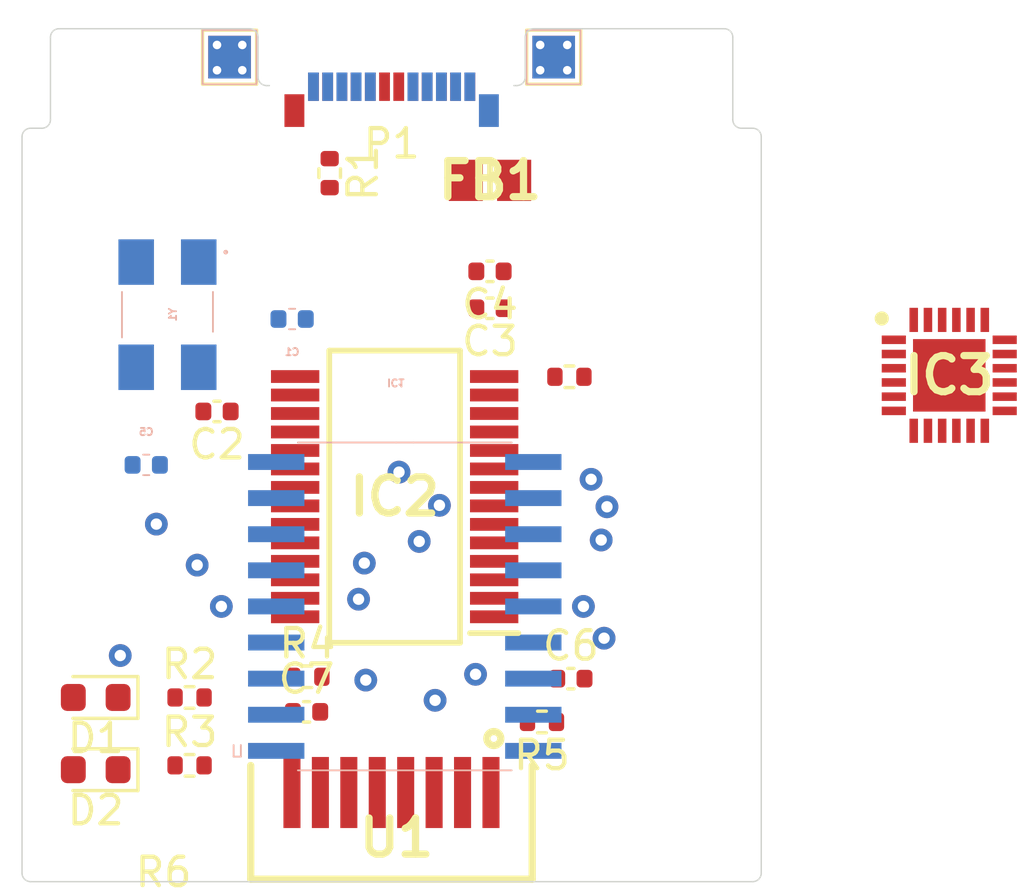
<source format=kicad_pcb>
(kicad_pcb (version 20211014) (generator pcbnew)
  (title_block (title "Expansion Card Template") (rev "X1") (company "Framework") (comment 1 "This work is licensed under a Creative Commons Attribution 4.0 International License") (comment 4 "https://frame.work"))
  (layers (0 "F.Cu" signal) (31 "B.Cu" signal) (34 "B.Paste" user) (35 "F.Paste" user) (36 "B.SilkS" user "B.Silkscreen") (37 "F.SilkS" user "F.Silkscreen") (38 "B.Mask" user) (39 "F.Mask" user) (44 "Edge.Cuts" user))
  (net 0 "")
  (net 1 "GND")
  (net 2 "/OSC1")
  (net 3 "Net-(P1-PadA5)")
  (net 4 "/VCC")
  (net 5 "/OSC2")
  (net 6 "/VCCIO")
  (net 7 "/USB_VBUS")
  (net 8 "/TXIR")
  (net 9 "/RXIR")
  (net 12 "/MCU_TX")
  (net 13 "/MCU_RX")
  (net 14 "/RI")
  (net 15 "/DSR")
  (net 16 "/DTR")
  (net 17 "/CTS")
  (net 18 "/RTS")
  (net 19 "/DCD")
  (net 21 "/PWREN#")
  (net 22 "/DP")
  (net 23 "/DM")
  (net 40 "Net-(C7-Pad2)")
  (net 41 "/3_3V")
  (net 44 "/TXLED")
  (net 45 "/RXLED")
  (net 46 "/CBUS0")
  (net 47 "/CBUS1")
  (net 74 "Net-(R5-Pad2)")
  (footprint "MountingHole:MountingHole_2.2mm_M2" (layer "F.Cu") (at 128.7 146.5)
    (fp_text reference "H1" hide)
    (fp_text value "MountingHole")
    (pad "" np_thru_hole circle locked (at 0 0) (size 2.2 2.2) (drill 2.2) (layers *.Cu *.Mask))
  )
  (footprint "MountingHole:MountingHole_2.2mm_M2" (layer "F.Cu") (at 151.3 146.5)
    (fp_text reference "H2" hide)
    (fp_text value "MountingHole")
    (pad "" np_thru_hole circle locked (at 0 0) (size 2.2 2.2) (drill 2.2) (layers *.Cu *.Mask))
  )
  (footprint "TestPoint:TestPoint_Pad_1.5x1.5mm" (layer "F.Cu") (at 134.3 128)
    (fp_text reference "TP1" hide)
    (fp_text value "TestPoint")
    (fp_line (start -0.95 -0.95) (end 0.95 -0.95) (layer "F.SilkS") (width 0.12))
    (fp_line (start -0.95 0.95) (end -0.95 -0.95) (layer "F.SilkS") (width 0.12))
    (fp_line (start 0.95 -0.95) (end 0.95 0.95) (layer "F.SilkS") (width 0.12))
    (fp_line (start 0.95 0.95) (end -0.95 0.95) (layer "F.SilkS") (width 0.12))
    (pad "1" smd rect locked (at 0 0) (size 1.5 1.5) (layers "F.Cu" "F.Mask") (net 1 "GND"))
  )
  (footprint "TestPoint:TestPoint_Pad_1.5x1.5mm" (layer "F.Cu") (at 145.7 128)
    (fp_text reference "TP3" hide)
    (fp_text value "TestPoint")
    (fp_line (start -0.95 -0.95) (end 0.95 -0.95) (layer "F.SilkS") (width 0.12))
    (fp_line (start -0.95 0.95) (end -0.95 -0.95) (layer "F.SilkS") (width 0.12))
    (fp_line (start 0.95 -0.95) (end 0.95 0.95) (layer "F.SilkS") (width 0.12))
    (fp_line (start 0.95 0.95) (end -0.95 0.95) (layer "F.SilkS") (width 0.12))
    (pad "1" smd rect locked (at 0 0) (size 1.5 1.5) (layers "F.Cu" "F.Mask") (net 1 "GND"))
  )
  (footprint "Shibui:QFN50P400X400X80-25N-D" (layer "F.Cu") (at 159.6136 139.192)
    (fp_text reference "IC3" (at 0 0) (layer "F.SilkS") (effects (font (size 1.27 1.27) (thickness 0.254))))
    (fp_text value "CP2102N-A02-GQFN24R" hide)
    (fp_circle (center -2.375 -2) (end -2.375 -1.875) (layer "F.SilkS") (width 0.25) (fill none))
    (pad "1" smd rect locked (at -1.95 -1.25 90) (size 0.3 0.85) (layers "F.Cu" "F.Paste" "F.Mask"))
    (pad "2" smd rect locked (at -1.95 -0.75 90) (size 0.3 0.85) (layers "F.Cu" "F.Paste" "F.Mask"))
    (pad "3" smd rect locked (at -1.95 -0.25 90) (size 0.3 0.85) (layers "F.Cu" "F.Paste" "F.Mask"))
    (pad "4" smd rect locked (at -1.95 0.25 90) (size 0.3 0.85) (layers "F.Cu" "F.Paste" "F.Mask"))
    (pad "5" smd rect locked (at -1.95 0.75 90) (size 0.3 0.85) (layers "F.Cu" "F.Paste" "F.Mask"))
    (pad "6" smd rect locked (at -1.95 1.25 90) (size 0.3 0.85) (layers "F.Cu" "F.Paste" "F.Mask"))
    (pad "7" smd rect locked (at -1.25 1.95) (size 0.3 0.85) (layers "F.Cu" "F.Paste" "F.Mask"))
    (pad "8" smd rect locked (at -0.75 1.95) (size 0.3 0.85) (layers "F.Cu" "F.Paste" "F.Mask"))
    (pad "9" smd rect locked (at -0.25 1.95) (size 0.3 0.85) (layers "F.Cu" "F.Paste" "F.Mask"))
    (pad "10" smd rect locked (at 0.25 1.95) (size 0.3 0.85) (layers "F.Cu" "F.Paste" "F.Mask"))
    (pad "11" smd rect locked (at 0.75 1.95) (size 0.3 0.85) (layers "F.Cu" "F.Paste" "F.Mask"))
    (pad "12" smd rect locked (at 1.25 1.95) (size 0.3 0.85) (layers "F.Cu" "F.Paste" "F.Mask"))
    (pad "13" smd rect locked (at 1.95 1.25 90) (size 0.3 0.85) (layers "F.Cu" "F.Paste" "F.Mask"))
    (pad "14" smd rect locked (at 1.95 0.75 90) (size 0.3 0.85) (layers "F.Cu" "F.Paste" "F.Mask"))
    (pad "15" smd rect locked (at 1.95 0.25 90) (size 0.3 0.85) (layers "F.Cu" "F.Paste" "F.Mask"))
    (pad "16" smd rect locked (at 1.95 -0.25 90) (size 0.3 0.85) (layers "F.Cu" "F.Paste" "F.Mask"))
    (pad "17" smd rect locked (at 1.95 -0.75 90) (size 0.3 0.85) (layers "F.Cu" "F.Paste" "F.Mask"))
    (pad "18" smd rect locked (at 1.95 -1.25 90) (size 0.3 0.85) (layers "F.Cu" "F.Paste" "F.Mask"))
    (pad "19" smd rect locked (at 1.25 -1.95) (size 0.3 0.85) (layers "F.Cu" "F.Paste" "F.Mask"))
    (pad "20" smd rect locked (at 0.75 -1.95) (size 0.3 0.85) (layers "F.Cu" "F.Paste" "F.Mask"))
    (pad "21" smd rect locked (at 0.25 -1.95) (size 0.3 0.85) (layers "F.Cu" "F.Paste" "F.Mask"))
    (pad "22" smd rect locked (at -0.25 -1.95) (size 0.3 0.85) (layers "F.Cu" "F.Paste" "F.Mask"))
    (pad "23" smd rect locked (at -0.75 -1.95) (size 0.3 0.85) (layers "F.Cu" "F.Paste" "F.Mask"))
    (pad "24" smd rect locked (at -1.25 -1.95) (size 0.3 0.85) (layers "F.Cu" "F.Paste" "F.Mask"))
    (pad "25" smd rect locked (at 0 0) (size 2.55 2.55) (layers "F.Cu" "F.Paste" "F.Mask"))
  )
  (footprint "Resistor_SMD:R_0402_1005Metric" (layer "F.Cu") (at 132.8928 152.9096)
    (fp_text reference "R3" (at 0 -1.17) (layer "F.SilkS"))
    (fp_text value "270")
    (fp_line (start -0.153641 -0.38) (end 0.153641 -0.38) (layer "F.SilkS") (width 0.12))
    (fp_line (start -0.153641 0.38) (end 0.153641 0.38) (layer "F.SilkS") (width 0.12))
    (pad "1" smd roundrect (at -0.51 0) (size 0.54 0.64) (layers "F.Cu" "F.Paste" "F.Mask") (net 45 "/RXLED"))
    (pad "2" smd roundrect (at 0.51 0) (size 0.54 0.64) (layers "F.Cu" "F.Paste" "F.Mask") (net 47 "/CBUS1"))
  )
  (footprint "Resistor_SMD:R_0402_1005Metric" (layer "F.Cu") (at 146.2532 139.2428 180)
    (fp_text reference "R6" (at 14.2748 -17.4244 180) (layer "F.SilkS"))
    (fp_text value "10k")
    (fp_line (start -0.153641 0.38) (end 0.153641 0.38) (layer "F.SilkS") (width 0.12))
    (fp_line (start -0.153641 -0.38) (end 0.153641 -0.38) (layer "F.SilkS") (width 0.12))
    (pad "1" smd roundrect (at -0.51 0 180) (size 0.54 0.64) (layers "F.Cu" "F.Paste" "F.Mask") (net 6 "/VCCIO"))
    (pad "2" smd roundrect (at 0.51 0 180) (size 0.54 0.64) (layers "F.Cu" "F.Paste" "F.Mask") (net 21 "/PWREN#"))
  )
  (footprint "Resistor_SMD:R_0402_1005Metric" (layer "F.Cu") (at 132.8928 150.522)
    (fp_text reference "R2" (at 0 -1.17) (layer "F.SilkS"))
    (fp_text value "270")
    (fp_line (start -0.153641 0.38) (end 0.153641 0.38) (layer "F.SilkS") (width 0.12))
    (fp_line (start -0.153641 -0.38) (end 0.153641 -0.38) (layer "F.SilkS") (width 0.12))
    (pad "1" smd roundrect (at -0.51 0) (size 0.54 0.64) (layers "F.Cu" "F.Paste" "F.Mask") (net 44 "/TXLED"))
    (pad "2" smd roundrect (at 0.51 0) (size 0.54 0.64) (layers "F.Cu" "F.Paste" "F.Mask") (net 46 "/CBUS0"))
  )
  (footprint "Shibui:SOP65P778X200-28N" (layer "F.Cu") (at 140.1064 143.4592 180)
    (fp_text reference "IC2" (at 0 0) (layer "F.SilkS") (effects (font (size 1.27 1.27) (thickness 0.254))))
    (fp_text value "FT232RL-REEL" hide)
    (fp_line (start 2.3 -5.138) (end 2.3 5.138) (layer "F.SilkS") (width 0.2))
    (fp_line (start 2.3 5.138) (end -2.3 5.138) (layer "F.SilkS") (width 0.2))
    (fp_line (start -2.3 5.138) (end -2.3 -5.138) (layer "F.SilkS") (width 0.2))
    (fp_line (start -2.3 -5.138) (end 2.3 -5.138) (layer "F.SilkS") (width 0.2))
    (fp_line (start -4.35 -4.8) (end -2.65 -4.8) (layer "F.SilkS") (width 0.2))
    (pad "1" smd rect locked (at -3.5 -4.225 270) (size 0.45 1.7) (layers "F.Cu" "F.Paste" "F.Mask") (net 13 "/MCU_RX"))
    (pad "2" smd rect locked (at -3.5 -3.575 270) (size 0.45 1.7) (layers "F.Cu" "F.Paste" "F.Mask") (net 16 "/DTR"))
    (pad "3" smd rect locked (at -3.5 -2.925 270) (size 0.45 1.7) (layers "F.Cu" "F.Paste" "F.Mask") (net 18 "/RTS"))
    (pad "4" smd rect locked (at -3.5 -2.275 270) (size 0.45 1.7) (layers "F.Cu" "F.Paste" "F.Mask") (net 6 "/VCCIO"))
    (pad "5" smd rect locked (at -3.5 -1.625 270) (size 0.45 1.7) (layers "F.Cu" "F.Paste" "F.Mask") (net 12 "/MCU_TX"))
    (pad "6" smd rect locked (at -3.5 -0.975 270) (size 0.45 1.7) (layers "F.Cu" "F.Paste" "F.Mask") (net 14 "/RI"))
    (pad "7" smd rect locked (at -3.5 -0.325 270) (size 0.45 1.7) (layers "F.Cu" "F.Paste" "F.Mask") (net 1 "GND"))
    (pad "8" smd rect locked (at -3.5 0.325 270) (size 0.45 1.7) (layers "F.Cu" "F.Paste" "F.Mask"))
    (pad "9" smd rect locked (at -3.5 0.975 270) (size 0.45 1.7) (layers "F.Cu" "F.Paste" "F.Mask") (net 15 "/DSR"))
    (pad "10" smd rect locked (at -3.5 1.625 270) (size 0.45 1.7) (layers "F.Cu" "F.Paste" "F.Mask") (net 19 "/DCD"))
    (pad "11" smd rect locked (at -3.5 2.275 270) (size 0.45 1.7) (layers "F.Cu" "F.Paste" "F.Mask") (net 17 "/CTS"))
    (pad "12" smd rect locked (at -3.5 2.925 270) (size 0.45 1.7) (layers "F.Cu" "F.Paste" "F.Mask"))
    (pad "13" smd rect locked (at -3.5 3.575 270) (size 0.45 1.7) (layers "F.Cu" "F.Paste" "F.Mask"))
    (pad "14" smd rect locked (at -3.5 4.225 270) (size 0.45 1.7) (layers "F.Cu" "F.Paste" "F.Mask") (net 21 "/PWREN#"))
    (pad "15" smd rect locked (at 3.5 4.225 270) (size 0.45 1.7) (layers "F.Cu" "F.Paste" "F.Mask") (net 22 "/DP"))
    (pad "16" smd rect locked (at 3.5 3.575 270) (size 0.45 1.7) (layers "F.Cu" "F.Paste" "F.Mask") (net 23 "/DM"))
    (pad "17" smd rect locked (at 3.5 2.925 270) (size 0.45 1.7) (layers "F.Cu" "F.Paste" "F.Mask") (net 41 "/3_3V"))
    (pad "18" smd rect locked (at 3.5 2.275 270) (size 0.45 1.7) (layers "F.Cu" "F.Paste" "F.Mask") (net 1 "GND"))
    (pad "19" smd rect locked (at 3.5 1.625 270) (size 0.45 1.7) (layers "F.Cu" "F.Paste" "F.Mask"))
    (pad "20" smd rect locked (at 3.5 0.975 270) (size 0.45 1.7) (layers "F.Cu" "F.Paste" "F.Mask") (net 4 "/VCC"))
    (pad "21" smd rect locked (at 3.5 0.325 270) (size 0.45 1.7) (layers "F.Cu" "F.Paste" "F.Mask") (net 1 "GND"))
    (pad "22" smd rect locked (at 3.5 -0.325 270) (size 0.45 1.7) (layers "F.Cu" "F.Paste" "F.Mask") (net 47 "/CBUS1"))
    (pad "23" smd rect locked (at 3.5 -0.975 270) (size 0.45 1.7) (layers "F.Cu" "F.Paste" "F.Mask") (net 46 "/CBUS0"))
    (pad "24" smd rect locked (at 3.5 -1.625 270) (size 0.45 1.7) (layers "F.Cu" "F.Paste" "F.Mask"))
    (pad "25" smd rect locked (at 3.5 -2.275 270) (size 0.45 1.7) (layers "F.Cu" "F.Paste" "F.Mask") (net 1 "GND"))
    (pad "26" smd rect locked (at 3.5 -2.925 270) (size 0.45 1.7) (layers "F.Cu" "F.Paste" "F.Mask") (net 1 "GND"))
    (pad "27" smd rect locked (at 3.5 -3.575 270) (size 0.45 1.7) (layers "F.Cu" "F.Paste" "F.Mask"))
    (pad "28" smd rect locked (at 3.5 -4.225 270) (size 0.45 1.7) (layers "F.Cu" "F.Paste" "F.Mask"))
  )
  (footprint "Capacitor_SMD:C_0402_1005Metric" (layer "F.Cu") (at 143.4592 135.5344 180)
    (fp_text reference "C4" (at 0 -1.16) (layer "F.SilkS"))
    (fp_text value "4.7uF")
    (fp_line (start -0.107836 -0.36) (end 0.107836 -0.36) (layer "F.SilkS") (width 0.12))
    (fp_line (start -0.107836 0.36) (end 0.107836 0.36) (layer "F.SilkS") (width 0.12))
    (pad "1" smd roundrect (at -0.48 0 180) (size 0.56 0.62) (layers "F.Cu" "F.Paste" "F.Mask") (net 1 "GND"))
    (pad "2" smd roundrect (at 0.48 0 180) (size 0.56 0.62) (layers "F.Cu" "F.Paste" "F.Mask") (net 4 "/VCC"))
  )
  (footprint "Resistor_SMD:R_0402_1005Metric" (layer "F.Cu") (at 137.8204 132.08 -90)
    (fp_text reference "R1" (at 0 -1.17 90) (layer "F.SilkS"))
    (fp_text value "5.2k")
    (fp_line (start -0.153641 -0.38) (end 0.153641 -0.38) (layer "F.SilkS") (width 0.12))
    (fp_line (start -0.153641 0.38) (end 0.153641 0.38) (layer "F.SilkS") (width 0.12))
    (pad "1" smd roundrect (at -0.51 0 270) (size 0.54 0.64) (layers "F.Cu" "F.Paste" "F.Mask") (net 3 "Net-(P1-PadA5)"))
    (pad "2" smd roundrect (at 0.51 0 270) (size 0.54 0.64) (layers "F.Cu" "F.Paste" "F.Mask") (net 1 "GND"))
  )
  (footprint "Capacitor_SMD:C_0402_1005Metric" (layer "F.Cu") (at 133.858 140.462 180)
    (fp_text reference "C2" (at 0 -1.16) (layer "F.SilkS"))
    (fp_text value "100nF")
    (fp_line (start -0.107836 -0.36) (end 0.107836 -0.36) (layer "F.SilkS") (width 0.12))
    (fp_line (start -0.107836 0.36) (end 0.107836 0.36) (layer "F.SilkS") (width 0.12))
    (pad "1" smd roundrect (at -0.48 0 180) (size 0.56 0.62) (layers "F.Cu" "F.Paste" "F.Mask") (net 41 "/3_3V"))
    (pad "2" smd roundrect (at 0.48 0 180) (size 0.56 0.62) (layers "F.Cu" "F.Paste" "F.Mask") (net 1 "GND"))
  )
  (footprint "Capacitor_SMD:C_0402_1005Metric" (layer "F.Cu") (at 143.4592 136.8324 180)
    (fp_text reference "C3" (at 0 -1.16) (layer "F.SilkS"))
    (fp_text value "100nF")
    (fp_line (start -0.107836 -0.36) (end 0.107836 -0.36) (layer "F.SilkS") (width 0.12))
    (fp_line (start -0.107836 0.36) (end 0.107836 0.36) (layer "F.SilkS") (width 0.12))
    (pad "1" smd roundrect (at -0.48 0 180) (size 0.56 0.62) (layers "F.Cu" "F.Paste" "F.Mask") (net 1 "GND"))
    (pad "2" smd roundrect (at 0.48 0 180) (size 0.56 0.62) (layers "F.Cu" "F.Paste" "F.Mask") (net 4 "/VCC"))
  )
  (footprint "Shibui:BEADC2012X110N" (layer "F.Cu") (at 143.4592 132.334)
    (fp_text reference "FB1" (at 0 0) (layer "F.SilkS") (effects (font (size 1.27 1.27) (thickness 0.254))))
    (fp_text value "FerriteBead" hide)
    (fp_line (start 0 -0.525) (end 0 0.525) (layer "F.SilkS") (width 0.2))
    (pad "1" smd rect locked (at -0.85 0) (size 1.2 1.45) (layers "F.Cu" "F.Paste" "F.Mask") (net 7 "/USB_VBUS"))
    (pad "2" smd rect locked (at 0.85 0) (size 1.2 1.45) (layers "F.Cu" "F.Paste" "F.Mask") (net 4 "/VCC"))
  )
  (footprint "LED_SMD:LED_0603_1608Metric" (layer "F.Cu") (at 129.5908 150.522 180)
    (fp_text reference "D1" (at 0 -1.43) (layer "F.SilkS"))
    (fp_text value "LED")
    (fp_line (start -1.485 -0.735) (end -1.485 0.735) (layer "F.SilkS") (width 0.12))
    (fp_line (start -1.485 0.735) (end 0.8 0.735) (layer "F.SilkS") (width 0.12))
    (fp_line (start 0.8 -0.735) (end -1.485 -0.735) (layer "F.SilkS") (width 0.12))
    (pad "1" smd roundrect (at -0.7875 0 180) (size 0.875 0.95) (layers "F.Cu" "F.Paste" "F.Mask") (net 44 "/TXLED"))
    (pad "2" smd roundrect (at 0.7875 0 180) (size 0.875 0.95) (layers "F.Cu" "F.Paste" "F.Mask") (net 6 "/VCCIO"))
  )
  (footprint "Capacitor_SMD:C_0402_1005Metric" (layer "F.Cu") (at 146.304 149.86)
    (fp_text reference "C6" (at 0 -1.16) (layer "F.SilkS"))
    (fp_text value "4.7uF")
    (fp_line (start -0.107836 0.36) (end 0.107836 0.36) (layer "F.SilkS") (width 0.12))
    (fp_line (start -0.107836 -0.36) (end 0.107836 -0.36) (layer "F.SilkS") (width 0.12))
    (pad "1" smd roundrect (at -0.48 0) (size 0.56 0.62) (layers "F.Cu" "F.Paste" "F.Mask") (net 4 "/VCC"))
    (pad "2" smd roundrect (at 0.48 0) (size 0.56 0.62) (layers "F.Cu" "F.Paste" "F.Mask") (net 1 "GND"))
  )
  (footprint "LED_SMD:LED_0603_1608Metric" (layer "F.Cu") (at 129.5908 153.062 180)
    (fp_text reference "D2" (at 0 -1.43) (layer "F.SilkS"))
    (fp_text value "LED")
    (fp_line (start -1.485 0.735) (end 0.8 0.735) (layer "F.SilkS") (width 0.12))
    (fp_line (start 0.8 -0.735) (end -1.485 -0.735) (layer "F.SilkS") (width 0.12))
    (fp_line (start -1.485 -0.735) (end -1.485 0.735) (layer "F.SilkS") (width 0.12))
    (pad "1" smd roundrect (at -0.7875 0 180) (size 0.875 0.95) (layers "F.Cu" "F.Paste" "F.Mask") (net 45 "/RXLED"))
    (pad "2" smd roundrect (at 0.7875 0 180) (size 0.875 0.95) (layers "F.Cu" "F.Paste" "F.Mask") (net 6 "/VCCIO"))
  )
  (footprint "Shibui:TFDU4101-TR3" (layer "F.Cu") (at 144.9441 152.915015 180)
    (fp_text reference "U1" (at 4.76933 -2.54133) (layer "F.SilkS") (effects (font (size 1.27 1.27) (thickness 0.254))))
    (fp_text value "TFDU4101-TR3" hide)
    (fp_line (start 0 0) (end 0 -4) (layer "F.SilkS") (width 0.254))
    (fp_line (start 0 -4) (end 9.9 -4) (layer "F.SilkS") (width 0.254))
    (fp_line (start 9.9 -4) (end 9.9 0) (layer "F.SilkS") (width 0.254))
    (fp_circle (center 1.35 0.94833) (end 1.35 1.06763) (layer "F.SilkS") (width 0.254) (fill none))
    (pad "1" smd rect locked (at 1.45 -0.95 180) (size 0.6 2.5) (layers "F.Cu" "F.Paste" "F.Mask") (net 74 "Net-(R5-Pad2)"))
    (pad "2" smd rect locked (at 2.45 -0.95 180) (size 0.6 2.5) (layers "F.Cu" "F.Paste" "F.Mask"))
    (pad "3" smd rect locked (at 3.45 -0.95 180) (size 0.6 2.5) (layers "F.Cu" "F.Paste" "F.Mask") (net 8 "/TXIR"))
    (pad "4" smd rect locked (at 4.45 -0.95 180) (size 0.6 2.5) (layers "F.Cu" "F.Paste" "F.Mask") (net 9 "/RXIR"))
    (pad "5" smd rect locked (at 5.45 -0.95 180) (size 0.6 2.5) (layers "F.Cu" "F.Paste" "F.Mask") (net 1 "GND"))
    (pad "6" smd rect locked (at 6.45 -0.95 180) (size 0.6 2.5) (layers "F.Cu" "F.Paste" "F.Mask") (net 40 "Net-(C7-Pad2)"))
    (pad "7" smd rect locked (at 7.45 -0.95 180) (size 0.6 2.5) (layers "F.Cu" "F.Paste" "F.Mask"))
    (pad "8" smd rect locked (at 8.45 -0.95 180) (size 0.6 2.5) (layers "F.Cu" "F.Paste" "F.Mask") (net 1 "GND"))
  )
  (footprint "Resistor_SMD:R_0402_1005Metric" (layer "F.Cu") (at 137.0356 149.7942)
    (fp_text reference "R4" (at 0 -1.17) (layer "F.SilkS"))
    (fp_text value "47")
    (fp_line (start -0.153641 0.38) (end 0.153641 0.38) (layer "F.SilkS") (width 0.12))
    (fp_line (start -0.153641 -0.38) (end 0.153641 -0.38) (layer "F.SilkS") (width 0.12))
    (pad "1" smd roundrect (at -0.51 0) (size 0.54 0.64) (layers "F.Cu" "F.Paste" "F.Mask") (net 4 "/VCC"))
    (pad "2" smd roundrect (at 0.51 0) (size 0.54 0.64) (layers "F.Cu" "F.Paste" "F.Mask") (net 40 "Net-(C7-Pad2)"))
  )
  (footprint "Capacitor_SMD:C_0402_1005Metric" (layer "F.Cu") (at 137.0076 151.0284)
    (fp_text reference "C7" (at 0 -1.16) (layer "F.SilkS"))
    (fp_text value "0.1uF")
    (fp_line (start -0.107836 0.36) (end 0.107836 0.36) (layer "F.SilkS") (width 0.12))
    (fp_line (start -0.107836 -0.36) (end 0.107836 -0.36) (layer "F.SilkS") (width 0.12))
    (pad "1" smd roundrect (at -0.48 0) (size 0.56 0.62) (layers "F.Cu" "F.Paste" "F.Mask") (net 1 "GND"))
    (pad "2" smd roundrect (at 0.48 0) (size 0.56 0.62) (layers "F.Cu" "F.Paste" "F.Mask") (net 40 "Net-(C7-Pad2)"))
  )
  (footprint "Connector_USB:USB_C_Plug_Molex_105444" (layer "F.Cu") (at 140 129)
    (fp_text reference "P1" (at 0 2.04) (layer "F.SilkS"))
    (fp_text value "USB_C_Plug")
    (pad "A1" smd rect (at -2.75 0.04) (size 0.38 1) (layers "F.Cu" "F.Paste" "F.Mask") (net 1 "GND"))
    (pad "A2" smd rect (at -2.25 0.04) (size 0.38 1) (layers "F.Cu" "F.Paste" "F.Mask"))
    (pad "A3" smd rect (at -1.75 0.04) (size 0.38 1) (layers "F.Cu" "F.Paste" "F.Mask"))
    (pad "A4" smd rect (at -1.25 0.04) (size 0.38 1) (layers "F.Cu" "F.Paste" "F.Mask") (net 7 "/USB_VBUS"))
    (pad "A5" smd rect (at -0.75 0.04) (size 0.38 1) (layers "F.Cu" "F.Paste" "F.Mask") (net 3 "Net-(P1-PadA5)"))
    (pad "A6" smd rect (at -0.25 0.04) (size 0.38 1) (layers "F.Cu" "F.Paste" "F.Mask") (net 23 "/DM"))
    (pad "A7" smd rect (at 0.25 0.04) (size 0.38 1) (layers "F.Cu" "F.Paste" "F.Mask") (net 22 "/DP"))
    (pad "A8" smd rect (at 0.75 0.04) (size 0.38 1) (layers "F.Cu" "F.Paste" "F.Mask"))
    (pad "A9" smd rect (at 1.25 0.04) (size 0.38 1) (layers "F.Cu" "F.Paste" "F.Mask") (net 7 "/USB_VBUS"))
    (pad "A10" smd rect (at 1.75 0.04) (size 0.38 1) (layers "F.Cu" "F.Paste" "F.Mask"))
    (pad "A11" smd rect (at 2.25 0.04) (size 0.38 1) (layers "F.Cu" "F.Paste" "F.Mask"))
    (pad "A12" smd rect (at 2.75 0.04) (size 0.38 1) (layers "F.Cu" "F.Paste" "F.Mask") (net 1 "GND"))
    (pad "B1" smd rect (at 2.75 0.04) (size 0.38 1) (layers "B.Cu" "B.Paste" "B.Mask") (net 1 "GND"))
    (pad "B2" smd rect (at 2.25 0.04) (size 0.38 1) (layers "B.Cu" "B.Paste" "B.Mask"))
    (pad "B3" smd rect (at 1.75 0.04) (size 0.38 1) (layers "B.Cu" "B.Paste" "B.Mask"))
    (pad "B4" smd rect (at 1.25 0.04) (size 0.38 1) (layers "B.Cu" "B.Paste" "B.Mask") (net 7 "/USB_VBUS"))
    (pad "B5" smd rect (at 0.75 0.04) (size 0.38 1) (layers "B.Cu" "B.Paste" "B.Mask"))
    (pad "B8" smd rect (at -0.75 0.04) (size 0.38 1) (layers "B.Cu" "B.Paste" "B.Mask"))
    (pad "B9" smd rect (at -1.25 0.04) (size 0.38 1) (layers "B.Cu" "B.Paste" "B.Mask") (net 7 "/USB_VBUS"))
    (pad "B10" smd rect (at -1.75 0.04) (size 0.38 1) (layers "B.Cu" "B.Paste" "B.Mask"))
    (pad "B11" smd rect (at -2.25 0.04) (size 0.38 1) (layers "B.Cu" "B.Paste" "B.Mask"))
    (pad "B12" smd rect (at -2.75 0.04) (size 0.38 1) (layers "B.Cu" "B.Paste" "B.Mask") (net 1 "GND"))
    (pad "S1" smd rect (at -3.42 0.88) (size 0.7 1.15) (layers "F.Cu" "F.Paste" "F.Mask") (net 1 "GND"))
    (pad "S1" smd rect (at 3.42 0.88) (size 0.7 1.15) (layers "B.Cu" "B.Paste" "B.Mask") (net 1 "GND"))
  )
  (footprint "Resistor_SMD:R_0402_1005Metric" (layer "F.Cu") (at 145.288 151.384 180)
    (fp_text reference "R5" (at 0 -1.17) (layer "F.SilkS"))
    (fp_text value "0")
    (fp_line (start -0.153641 -0.38) (end 0.153641 -0.38) (layer "F.SilkS") (width 0.12))
    (fp_line (start -0.153641 0.38) (end 0.153641 0.38) (layer "F.SilkS") (width 0.12))
    (pad "1" smd roundrect (at -0.51 0 180) (size 0.54 0.64) (layers "F.Cu" "F.Paste" "F.Mask") (net 4 "/VCC"))
    (pad "2" smd roundrect (at 0.51 0 180) (size 0.54 0.64) (layers "F.Cu" "F.Paste" "F.Mask") (net 74 "Net-(R5-Pad2)"))
  )
  (footprint "TestPoint:TestPoint_Pad_1.5x1.5mm" (layer "B.Cu") (at 134.3 128)
    (fp_text reference "TP2" hide)
    (fp_text value "TestPoint")
    (fp_line (start 0.95 -0.95) (end -0.95 -0.95) (layer "B.SilkS") (width 0.0635))
    (fp_line (start 0.95 0.95) (end 0.95 -0.95) (layer "B.SilkS") (width 0.0635))
    (fp_line (start -0.95 -0.95) (end -0.95 0.95) (layer "B.SilkS") (width 0.0635))
    (fp_line (start -0.95 0.95) (end 0.95 0.95) (layer "B.SilkS") (width 0.0635))
    (pad "1" smd rect locked (at 0 0) (size 1.5 1.5) (layers "B.Cu" "B.Mask") (net 1 "GND"))
  )
  (footprint "TestPoint:TestPoint_Pad_1.5x1.5mm" (layer "B.Cu") (at 145.7 128)
    (fp_text reference "TP4" hide)
    (fp_text value "TestPoint")
    (fp_line (start -0.95 -0.95) (end -0.95 0.95) (layer "B.SilkS") (width 0.0635))
    (fp_line (start -0.95 0.95) (end 0.95 0.95) (layer "B.SilkS") (width 0.0635))
    (fp_line (start 0.95 0.95) (end 0.95 -0.95) (layer "B.SilkS") (width 0.0635))
    (fp_line (start 0.95 -0.95) (end -0.95 -0.95) (layer "B.SilkS") (width 0.0635))
    (pad "1" smd rect locked (at 0 0) (size 1.5 1.5) (layers "B.Cu" "B.Mask") (net 1 "GND"))
  )
  (footprint "Capacitor_SMD:C_0402_1005Metric" (layer "B.Cu") (at 136.4996 137.2108)
    (fp_text reference "C1" (at 0 1.16 unlocked) (layer "B.SilkS") (effects (font (size 0.254 0.254)) (justify mirror)))
    (fp_text value "22pF")
    (fp_line (start -0.107836 -0.36) (end 0.107836 -0.36) (layer "B.SilkS") (width 0.0635))
    (fp_line (start -0.107836 0.36) (end 0.107836 0.36) (layer "B.SilkS") (width 0.0635))
    (pad "1" smd roundrect (at -0.48 0) (size 0.56 0.62) (layers "B.Cu" "B.Paste" "B.Mask") (net 2 "/OSC1"))
    (pad "2" smd roundrect (at 0.48 0) (size 0.56 0.62) (layers "B.Cu" "B.Paste" "B.Mask") (net 1 "GND"))
  )
  (footprint "Shibui:ECS11051830BAGNTR" (layer "B.Cu") (at 132.1151 137.0584 -90)
    (fp_text reference "Y1" (at 0 -0.188 90 unlocked) (layer "B.SilkS") (effects (font (size 0.254 0.254)) (justify mirror)))
    (fp_text value "ECS-110.5-18-30B-AGN-TR" hide)
    (fp_line (start -2.2 -2.1) (end -2.2 -2.1) (layer "B.SilkS") (width 0.0635))
    (fp_line (start -0.8 1.6) (end 0.8 1.6) (layer "B.SilkS") (width 0.0635))
    (fp_line (start -0.8 -1.6) (end 0.6 -1.6) (layer "B.SilkS") (width 0.0635))
    (fp_line (start -2.2 -2) (end -2.2 -2) (layer "B.SilkS") (width 0.0635))
    (fp_arc (start -2.2 -2) (mid -2.25 -2.05) (end -2.2 -2.1) (layer "B.SilkS") (width 0.0635))
    (fp_arc (start -2.2 -2.1) (mid -2.15 -2.05) (end -2.2 -2) (layer "B.SilkS") (width 0.0635))
    (pad "1" smd rect locked (at -1.85 -1.1 180) (size 1.25 1.6) (layers "B.Cu" "B.Paste" "B.Mask") (net 2 "/OSC1"))
    (pad "2" smd rect locked (at 1.85 -1.1 180) (size 1.25 1.6) (layers "B.Cu" "B.Paste" "B.Mask") (net 1 "GND"))
    (pad "3" smd rect locked (at 1.85 1.1 180) (size 1.25 1.6) (layers "B.Cu" "B.Paste" "B.Mask") (net 5 "/OSC2"))
    (pad "4" smd rect locked (at -1.85 1.1 180) (size 1.25 1.6) (layers "B.Cu" "B.Paste" "B.Mask") (net 1 "GND"))
  )
  (footprint "Shibui:SOIC127P1030X265-18N" (layer "B.Cu") (at 140.462 147.32 180)
    (fp_text reference "IC1" (at 0.3048 7.874 180 unlocked) (layer "B.SilkS") (effects (font (size 0.254 0.254)) (justify mirror)))
    (fp_text value "MCP2150-I_SO" hide)
    (fp_line (start -0.3048 5.7658) (end -3.7592 5.7658) (layer "B.SilkS") (width 0.0635))
    (fp_line (start 0.3048 5.7658) (end -0.3048 5.7658) (layer "B.SilkS") (width 0.0635))
    (fp_line (start 3.7592 5.7658) (end 0.3048 5.7658) (layer "B.SilkS") (width 0.0635))
    (fp_line (start 6.0198 -5.2832) (end 5.7658 -5.2832) (layer "B.SilkS") (width 0.0635))
    (fp_line (start -3.7592 -5.7658) (end 3.7592 -5.7658) (layer "B.SilkS") (width 0.0635))
    (fp_line (start 6.0198 -4.8768) (end 6.0198 -5.2832) (layer "B.SilkS") (width 0.0635))
    (fp_line (start 5.7658 -5.2832) (end 5.7658 -4.8768) (layer "B.SilkS") (width 0.0635))
    (pad "1" smd rect locked (at -4.5212 5.08 90) (size 0.5588 1.9812) (layers "B.Cu" "B.Paste" "B.Mask") (net 1 "GND"))
    (pad "2" smd rect locked (at -4.5212 3.81 90) (size 0.5588 1.9812) (layers "B.Cu" "B.Paste" "B.Mask") (net 8 "/TXIR"))
    (pad "3" smd rect locked (at -4.5212 2.54 90) (size 0.5588 1.9812) (layers "B.Cu" "B.Paste" "B.Mask") (net 9 "/RXIR"))
    (pad "4" smd rect locked (at -4.5212 1.27 90) (size 0.5588 1.9812) (layers "B.Cu" "B.Paste" "B.Mask"))
    (pad "5" smd rect locked (at -4.5212 0 90) (size 0.5588 1.9812) (layers "B.Cu" "B.Paste" "B.Mask") (net 1 "GND"))
    (pad "6" smd rect locked (at -4.5212 -1.27 90) (size 0.5588 1.9812) (layers "B.Cu" "B.Paste" "B.Mask"))
    (pad "7" smd rect locked (at -4.5212 -2.54 90) (size 0.5588 1.9812) (layers "B.Cu" "B.Paste" "B.Mask") (net 12 "/MCU_TX"))
    (pad "8" smd rect locked (at -4.5212 -3.81 90) (size 0.5588 1.9812) (layers "B.Cu" "B.Paste" "B.Mask") (net 13 "/MCU_RX"))
    (pad "9" smd rect locked (at -4.5212 -5.08 90) (size 0.5588 1.9812) (layers "B.Cu" "B.Paste" "B.Mask") (net 14 "/RI"))
    (pad "10" smd rect locked (at 4.5212 -5.08 90) (size 0.5588 1.9812) (layers "B.Cu" "B.Paste" "B.Mask") (net 15 "/DSR"))
    (pad "11" smd rect locked (at 4.5212 -3.81 90) (size 0.5588 1.9812) (layers "B.Cu" "B.Paste" "B.Mask") (net 16 "/DTR"))
    (pad "12" smd rect locked (at 4.5212 -2.54 90) (size 0.5588 1.9812) (layers "B.Cu" "B.Paste" "B.Mask") (net 17 "/CTS"))
    (pad "13" smd rect locked (at 4.5212 -1.27 90) (size 0.5588 1.9812) (layers "B.Cu" "B.Paste" "B.Mask") (net 18 "/RTS"))
    (pad "14" smd rect locked (at 4.5212 0 90) (size 0.5588 1.9812) (layers "B.Cu" "B.Paste" "B.Mask") (net 4 "/VCC"))
    (pad "15" smd rect locked (at 4.5212 1.27 90) (size 0.5588 1.9812) (layers "B.Cu" "B.Paste" "B.Mask") (net 5 "/OSC2"))
    (pad "16" smd rect locked (at 4.5212 2.54 90) (size 0.5588 1.9812) (layers "B.Cu" "B.Paste" "B.Mask") (net 2 "/OSC1"))
    (pad "17" smd rect locked (at 4.5212 3.81 90) (size 0.5588 1.9812) (layers "B.Cu" "B.Paste" "B.Mask") (net 19 "/DCD"))
    (pad "18" smd rect locked (at 4.5212 5.08 90) (size 0.5588 1.9812) (layers "B.Cu" "B.Paste" "B.Mask") (net 1 "GND"))
  )
  (footprint "Capacitor_SMD:C_0402_1005Metric" (layer "B.Cu") (at 131.3688 142.3416 180)
    (fp_text reference "C5" (at 0 1.16 unlocked) (layer "B.SilkS") (effects (font (size 0.254 0.254)) (justify mirror)))
    (fp_text value "22pF")
    (fp_line (start -0.107836 -0.36) (end 0.107836 -0.36) (layer "B.SilkS") (width 0.0635))
    (fp_line (start -0.107836 0.36) (end 0.107836 0.36) (layer "B.SilkS") (width 0.0635))
    (pad "1" smd roundrect (at -0.48 0 180) (size 0.56 0.62) (layers "B.Cu" "B.Paste" "B.Mask") (net 5 "/OSC2"))
    (pad "2" smd roundrect (at 0.48 0 180) (size 0.56 0.62) (layers "B.Cu" "B.Paste" "B.Mask") (net 1 "GND"))
  )
  (gr_line (start 153 130.8) (end 153 156.7) (layer "Edge.Cuts") (width 0.05))
  (gr_line (start 127.3 157) (end 152.7 157) (layer "Edge.Cuts") (width 0.05))
  (gr_arc (start 144.7 128.7) (mid 144.612132 128.912132) (end 144.4 129) (layer "Edge.Cuts") (width 0.05))
  (gr_arc (start 135 127) (mid 135.212132 127.087868) (end 135.3 127.3) (layer "Edge.Cuts") (width 0.05))
  (gr_line (start 144.7 128.7) (end 144.7 127.3) (layer "Edge.Cuts") (width 0.05))
  (gr_arc (start 144.7 127.3) (mid 144.787868 127.087868) (end 145 127) (layer "Edge.Cuts") (width 0.05))
  (gr_line (start 135 127) (end 128.3 127) (layer "Edge.Cuts") (width 0.05))
  (gr_line (start 145 127) (end 151.7 127) (layer "Edge.Cuts") (width 0.05))
  (gr_arc (start 127.3 157) (mid 127.087868 156.912132) (end 127 156.7) (layer "Edge.Cuts") (width 0.05))
  (gr_line (start 144.3 129) (end 144.4 129) (layer "Edge.Cuts") (width 0.05))
  (gr_arc (start 128 127.3) (mid 128.087868 127.087868) (end 128.3 127) (layer "Edge.Cuts") (width 0.05))
  (gr_line (start 128 130.2) (end 128 127.3) (layer "Edge.Cuts") (width 0.05))
  (gr_arc (start 128 130.2) (mid 127.912132 130.412132) (end 127.7 130.5) (layer "Edge.Cuts") (width 0.05))
  (gr_arc (start 127 130.8) (mid 127.087868 130.587868) (end 127.3 130.5) (layer "Edge.Cuts") (width 0.05))
  (gr_line (start 127.3 130.5) (end 127.7 130.5) (layer "Edge.Cuts") (width 0.05))
  (gr_line (start 152 130.2) (end 152 127.3) (layer "Edge.Cuts") (width 0.05))
  (gr_arc (start 152.7 130.5) (mid 152.912132 130.587868) (end 153 130.8) (layer "Edge.Cuts") (width 0.05))
  (gr_arc (start 152.3 130.5) (mid 152.087868 130.412132) (end 152 130.2) (layer "Edge.Cuts") (width 0.05))
  (gr_line (start 152.3 130.5) (end 152.7 130.5) (layer "Edge.Cuts") (width 0.05))
  (gr_arc (start 135.6 129) (mid 135.387868 128.912132) (end 135.3 128.7) (layer "Edge.Cuts") (width 0.05))
  (gr_line (start 135.6 129) (end 135.7 129) (layer "Edge.Cuts") (width 0.05))
  (gr_line (start 135.3 128.7) (end 135.3 127.3) (layer "Edge.Cuts") (width 0.05))
  (gr_arc (start 151.7 127) (mid 151.912132 127.087868) (end 152 127.3) (layer "Edge.Cuts") (width 0.05))
  (gr_arc (start 153 156.7) (mid 152.912132 156.912132) (end 152.7 157) (layer "Edge.Cuts") (width 0.05))
  (gr_line (start 127 130.8) (end 127 156.7) (layer "Edge.Cuts") (width 0.05))
  (via (at 133.858 127.5715) (size 0.5) (drill 0.3) (layers "F.Cu" "B.Cu") (net 1))
  (via (at 133.858 128.4605) (size 0.5) (drill 0.3) (layers "F.Cu" "B.Cu") (net 1))
  (via (at 146.177 127.5715) (size 0.5) (drill 0.3) (layers "F.Cu" "B.Cu") (net 1))
  (via (at 146.177 128.4605) (size 0.5) (drill 0.3) (layers "F.Cu" "B.Cu") (net 1))
  (via (at 146.7459 147.32) (size 0.8) (drill 0.4) (layers "F.Cu" "B.Cu") (net 1))
  (via (at 145.2245 128.4605) (size 0.5) (drill 0.3) (layers "F.Cu" "B.Cu") (net 1))
  (via (at 145.2245 127.5715) (size 0.5) (drill 0.3) (layers "F.Cu" "B.Cu") (net 1))
  (via (at 134.747 127.5715) (size 0.5) (drill 0.3) (layers "F.Cu" "B.Cu") (net 1))
  (via (at 147.0152 142.8496) (size 0.8) (drill 0.4) (layers "F.Cu" "B.Cu") (net 1))
  (via (at 134.747 128.4605) (size 0.5) (drill 0.3) (layers "F.Cu" "B.Cu") (net 1))
  (via (at 134.0104 147.32) (size 0.8) (drill 0.4) (layers "F.Cu" "B.Cu") (net 4))
  (via (at 139.0396 145.796) (size 0.8) (drill 0.4) (layers "F.Cu" "B.Cu") (net 6))
  (via (at 130.4544 149.0472) (size 0.8) (drill 0.4) (layers "F.Cu" "B.Cu") (net 6))
  (via (at 147.4724 148.4376) (size 0.8) (drill 0.4) (layers "F.Cu" "B.Cu") (net 8))
  (via (at 141.5288 150.622) (size 0.8) (drill 0.4) (layers "F.Cu" "B.Cu") (net 9))
  (via (at 147.3708 144.9832) (size 0.8) (drill 0.4) (layers "F.Cu" "B.Cu") (net 12))
  (via (at 142.9512 149.7076) (size 0.8) (drill 0.4) (layers "F.Cu" "B.Cu") (net 13))
  (via (at 147.574 143.8148) (size 0.8) (drill 0.4) (layers "F.Cu" "B.Cu") (net 14))
  (via (at 141.6812 143.764) (size 0.8) (drill 0.4) (layers "F.Cu" "B.Cu") (net 15))
  (via (at 139.0904 149.9108) (size 0.8) (drill 0.4) (layers "F.Cu" "B.Cu") (net 16))
  (via (at 140.97 145.034) (size 0.8) (drill 0.4) (layers "F.Cu" "B.Cu") (net 17))
  (via (at 138.8364 147.066) (size 0.8) (drill 0.4) (layers "F.Cu" "B.Cu") (net 18))
  (via (at 140.2588 142.5956) (size 0.8) (drill 0.4) (layers "F.Cu" "B.Cu") (net 19))
  (via (at 131.7244 144.4244) (size 0.8) (drill 0.4) (layers "F.Cu" "B.Cu") (net 47))
  (via (at 133.160219 145.866989) (size 0.8) (drill 0.4) (layers "F.Cu" "B.Cu") (net 47))
)
</source>
